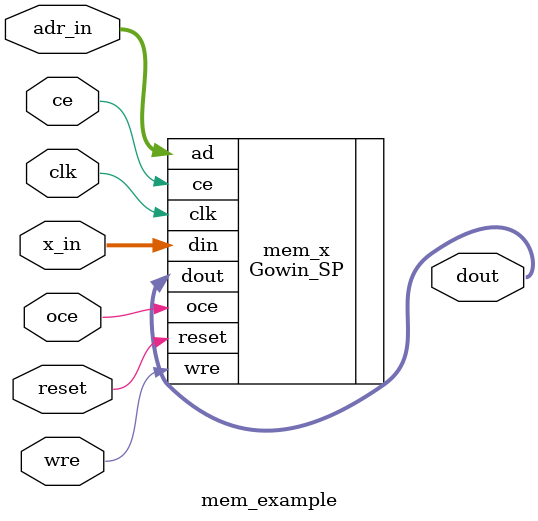
<source format=v>
module mem_example (
    input wire clk,
    input wire reset,
    input wire oce,
    input wire ce,
    input wire wre,

    input wire [6:0] adr_in,
    input wire [17:0] x_in,
    output wire [17:0] dout
);


Gowin_SP mem_x(
    .dout(dout),    //output [17:0] dout
    .clk(clk),      //input clk
    .oce(oce),      //input oce (output data clock enable)
    .ce(ce),       //input ce (clk_enable)
    .reset(reset),  //input reset
    .wre(wre),      //input wre (write enable)
    .ad(adr_in),    //input [6:0] ad (address)
    .din(x_in)      //input [17:0] din (data in)
);

endmodule
</source>
